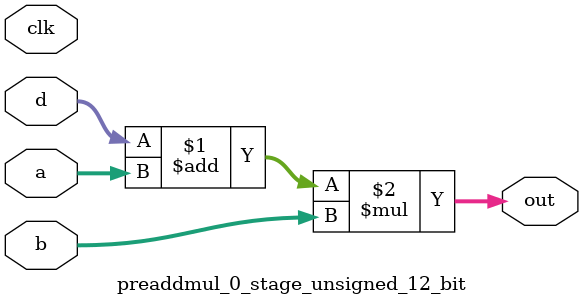
<source format=sv>
(* use_dsp = "yes" *) module preaddmul_0_stage_unsigned_12_bit(
	input  [11:0] a,
	input  [11:0] b,
	input  [11:0] d,
	output [11:0] out,
	input clk);

	assign out = (d + a) * b;
endmodule

</source>
